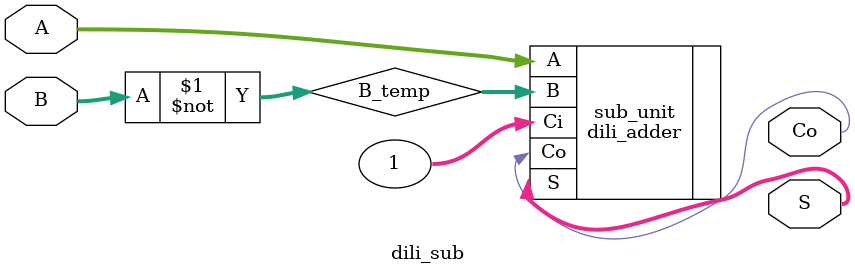
<source format=sv>
module dili_sub (
    input logic [31:0] A, B,
    output logic [31:0] S,
    output logic Co
) ;
    logic [31:0] B_temp ;

    assign B_temp = ~B ;

    dili_adder sub_unit(
        .A(A),
        .B(B_temp),
        .Ci(1),

        .S(S) , // A - B
        .Co(Co)
    );

endmodule : dili_sub
</source>
